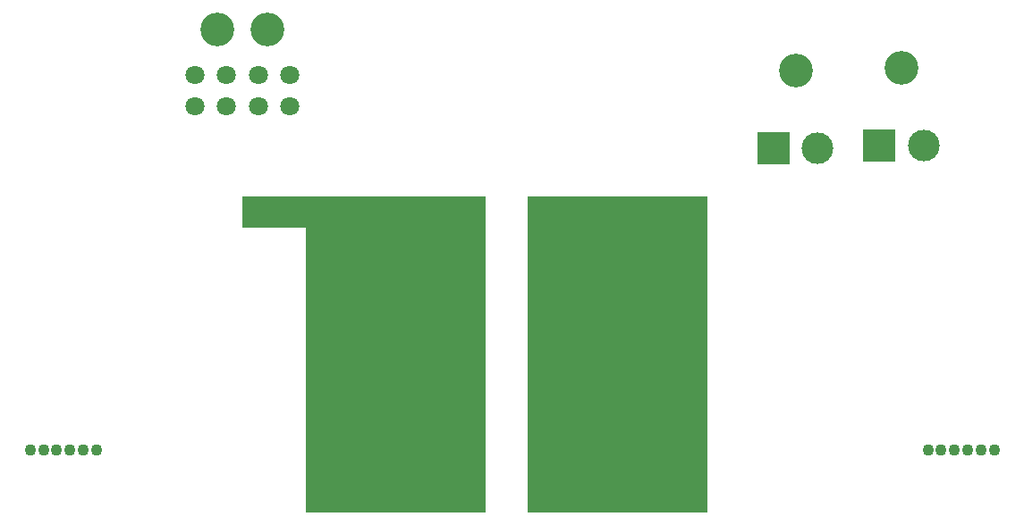
<source format=gts>
%FSLAX46Y46*%
%MOMM*%
%AMPS11*
1,1,3.000000,0.000000,0.000000*
%
%ADD11PS11*%
%AMPS13*
1,1,1.100000,0.000000,0.000000*
%
%ADD13PS13*%
%AMPS14*
1,1,1.800000,0.000000,0.000000*
%
%ADD14PS14*%
%AMPS15*
1,1,1.800000,0.000000,0.000000*
%
%ADD15PS15*%
%AMPS16*
1,1,3.200000,0.000000,0.000000*
%
%ADD16PS16*%
%AMPS10*
1,1,3.200000,0.000000,0.000000*
%
%ADD10PS10*%
%AMPS12*
21,1,3.000000,3.000000,0.000000,0.000000,180.000000*
%
%ADD12PS12*%
G01*
%LPD*%
G36*
X51000000Y0D02*
X34000000Y0D01*
X34000000Y30000000D01*
X51000000Y30000000D01*
X51000000Y0D01*
D02*
G37*
%LPD*%
G36*
X72000000Y0D02*
X55000000Y0D01*
X55000000Y30000000D01*
X72000000Y30000000D01*
X72000000Y0D01*
D02*
G37*
%LPD*%
G36*
X34000000Y27000000D02*
X28000000Y27000000D01*
X28000000Y30000000D01*
X34000000Y30000000D01*
X34000000Y27000000D01*
D02*
G37*
G01*
%LPD*%
G75*
D10*
X90359375Y42121853D03*
D11*
X92459375Y34821853D03*
D12*
X88259375Y34821853D03*
D13*
X12900000Y5950000D03*
D13*
X9150000Y5950000D03*
D13*
X10400000Y5950000D03*
D13*
X11650000Y5950000D03*
D13*
X7900000Y5950000D03*
D13*
X14150000Y5950000D03*
D14*
X26500000Y38500000D03*
D15*
X26500000Y41500000D03*
D16*
X30350000Y45820000D03*
D15*
X32500000Y41500000D03*
D14*
X23500000Y38500000D03*
D15*
X29500000Y41500000D03*
D15*
X23500000Y41500000D03*
D14*
X29500000Y38500000D03*
D14*
X32500000Y38500000D03*
D16*
X25650000Y45820000D03*
D13*
X97900000Y5950000D03*
D13*
X94150000Y5950000D03*
D13*
X95400000Y5950000D03*
D13*
X96650000Y5950000D03*
D13*
X92900000Y5950000D03*
D13*
X99150000Y5950000D03*
D10*
X80359375Y41871853D03*
D11*
X82459375Y34571853D03*
D12*
X78259375Y34571853D03*
M02*

</source>
